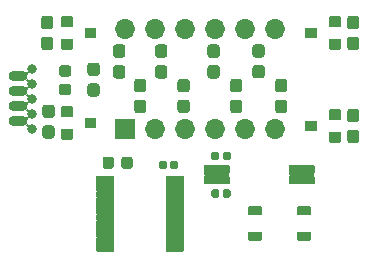
<source format=gbr>
G04 #@! TF.GenerationSoftware,KiCad,Pcbnew,5.99.0-unknown-r19130-2af6d01f*
G04 #@! TF.CreationDate,2020-08-04T10:25:43+02:00*
G04 #@! TF.ProjectId,ada-watch,6164612d-7761-4746-9368-2e6b69636164,rev?*
G04 #@! TF.SameCoordinates,Original*
G04 #@! TF.FileFunction,Soldermask,Top*
G04 #@! TF.FilePolarity,Negative*
%FSLAX46Y46*%
G04 Gerber Fmt 4.6, Leading zero omitted, Abs format (unit mm)*
G04 Created by KiCad (PCBNEW 5.99.0-unknown-r19130-2af6d01f) date 2020-08-04 10:25:43*
%MOMM*%
%LPD*%
G01*
G04 APERTURE LIST*
%ADD10O,1.702000X1.702000*%
%ADD11C,0.802000*%
%ADD12O,1.602000X0.902000*%
G04 APERTURE END LIST*
G36*
G01*
X149140000Y-110400330D02*
X149140000Y-109817670D01*
G75*
G02*
X149199670Y-109758000I59670J0D01*
G01*
X151282330Y-109758000D01*
G75*
G02*
X151342000Y-109817670I0J-59670D01*
G01*
X151342000Y-110400330D01*
G75*
G02*
X151282330Y-110460000I-59670J0D01*
G01*
X149199670Y-110460000D01*
G75*
G02*
X149140000Y-110400330I0J59670D01*
G01*
G37*
G36*
G01*
X156340000Y-110400330D02*
X156340000Y-109817670D01*
G75*
G02*
X156399670Y-109758000I59670J0D01*
G01*
X158482330Y-109758000D01*
G75*
G02*
X158542000Y-109817670I0J-59670D01*
G01*
X158542000Y-110400330D01*
G75*
G02*
X158482330Y-110460000I-59670J0D01*
G01*
X156399670Y-110460000D01*
G75*
G02*
X156340000Y-110400330I0J59670D01*
G01*
G37*
G36*
G01*
X156340000Y-111300330D02*
X156340000Y-110717670D01*
G75*
G02*
X156399670Y-110658000I59670J0D01*
G01*
X158482330Y-110658000D01*
G75*
G02*
X158542000Y-110717670I0J-59670D01*
G01*
X158542000Y-111300330D01*
G75*
G02*
X158482330Y-111360000I-59670J0D01*
G01*
X156399670Y-111360000D01*
G75*
G02*
X156340000Y-111300330I0J59670D01*
G01*
G37*
G36*
G01*
X149140000Y-111300330D02*
X149140000Y-110717670D01*
G75*
G02*
X149199670Y-110658000I59670J0D01*
G01*
X151282330Y-110658000D01*
G75*
G02*
X151342000Y-110717670I0J-59670D01*
G01*
X151342000Y-111300330D01*
G75*
G02*
X151282330Y-111360000I-59670J0D01*
G01*
X149199670Y-111360000D01*
G75*
G02*
X149140000Y-111300330I0J59670D01*
G01*
G37*
G36*
G01*
X143290749Y-107505000D02*
X141697251Y-107505000D01*
G75*
G02*
X141643000Y-107450749I0J54251D01*
G01*
X141643000Y-105857251D01*
G75*
G02*
X141697251Y-105803000I54251J0D01*
G01*
X143290749Y-105803000D01*
G75*
G02*
X143345000Y-105857251I0J-54251D01*
G01*
X143345000Y-107450749D01*
G75*
G02*
X143290749Y-107505000I-54251J0D01*
G01*
G37*
D10*
X155194000Y-98234000D03*
X145034000Y-106654000D03*
X152654000Y-98234000D03*
X147574000Y-106654000D03*
X150114000Y-98234000D03*
X150114000Y-106654000D03*
X147574000Y-98234000D03*
X152654000Y-106654000D03*
X145034000Y-98234000D03*
X155194000Y-106654000D03*
X142494000Y-98234000D03*
G36*
G01*
X141560000Y-109255750D02*
X141560000Y-109819250D01*
G75*
G02*
X141315750Y-110063500I-244250J0D01*
G01*
X140827250Y-110063500D01*
G75*
G02*
X140583000Y-109819250I0J244250D01*
G01*
X140583000Y-109255750D01*
G75*
G02*
X140827250Y-109011500I244250J0D01*
G01*
X141315750Y-109011500D01*
G75*
G02*
X141560000Y-109255750I0J-244250D01*
G01*
G37*
G36*
G01*
X143135000Y-109255750D02*
X143135000Y-109819250D01*
G75*
G02*
X142890750Y-110063500I-244250J0D01*
G01*
X142402250Y-110063500D01*
G75*
G02*
X142158000Y-109819250I0J244250D01*
G01*
X142158000Y-109255750D01*
G75*
G02*
X142402250Y-109011500I244250J0D01*
G01*
X142890750Y-109011500D01*
G75*
G02*
X143135000Y-109255750I0J-244250D01*
G01*
G37*
G36*
G01*
X145938000Y-111143940D02*
X145938000Y-110717060D01*
G75*
G02*
X146000560Y-110654500I62560J0D01*
G01*
X147427440Y-110654500D01*
G75*
G02*
X147490000Y-110717060I0J-62560D01*
G01*
X147490000Y-111143940D01*
G75*
G02*
X147427440Y-111206500I-62560J0D01*
G01*
X146000560Y-111206500D01*
G75*
G02*
X145938000Y-111143940I0J62560D01*
G01*
G37*
G36*
G01*
X145938000Y-111793940D02*
X145938000Y-111367060D01*
G75*
G02*
X146000560Y-111304500I62560J0D01*
G01*
X147427440Y-111304500D01*
G75*
G02*
X147490000Y-111367060I0J-62560D01*
G01*
X147490000Y-111793940D01*
G75*
G02*
X147427440Y-111856500I-62560J0D01*
G01*
X146000560Y-111856500D01*
G75*
G02*
X145938000Y-111793940I0J62560D01*
G01*
G37*
G36*
G01*
X145938000Y-112443940D02*
X145938000Y-112017060D01*
G75*
G02*
X146000560Y-111954500I62560J0D01*
G01*
X147427440Y-111954500D01*
G75*
G02*
X147490000Y-112017060I0J-62560D01*
G01*
X147490000Y-112443940D01*
G75*
G02*
X147427440Y-112506500I-62560J0D01*
G01*
X146000560Y-112506500D01*
G75*
G02*
X145938000Y-112443940I0J62560D01*
G01*
G37*
G36*
G01*
X145938000Y-113093940D02*
X145938000Y-112667060D01*
G75*
G02*
X146000560Y-112604500I62560J0D01*
G01*
X147427440Y-112604500D01*
G75*
G02*
X147490000Y-112667060I0J-62560D01*
G01*
X147490000Y-113093940D01*
G75*
G02*
X147427440Y-113156500I-62560J0D01*
G01*
X146000560Y-113156500D01*
G75*
G02*
X145938000Y-113093940I0J62560D01*
G01*
G37*
G36*
G01*
X145938000Y-113743940D02*
X145938000Y-113317060D01*
G75*
G02*
X146000560Y-113254500I62560J0D01*
G01*
X147427440Y-113254500D01*
G75*
G02*
X147490000Y-113317060I0J-62560D01*
G01*
X147490000Y-113743940D01*
G75*
G02*
X147427440Y-113806500I-62560J0D01*
G01*
X146000560Y-113806500D01*
G75*
G02*
X145938000Y-113743940I0J62560D01*
G01*
G37*
G36*
G01*
X145938000Y-114393940D02*
X145938000Y-113967060D01*
G75*
G02*
X146000560Y-113904500I62560J0D01*
G01*
X147427440Y-113904500D01*
G75*
G02*
X147490000Y-113967060I0J-62560D01*
G01*
X147490000Y-114393940D01*
G75*
G02*
X147427440Y-114456500I-62560J0D01*
G01*
X146000560Y-114456500D01*
G75*
G02*
X145938000Y-114393940I0J62560D01*
G01*
G37*
G36*
G01*
X145938000Y-115043940D02*
X145938000Y-114617060D01*
G75*
G02*
X146000560Y-114554500I62560J0D01*
G01*
X147427440Y-114554500D01*
G75*
G02*
X147490000Y-114617060I0J-62560D01*
G01*
X147490000Y-115043940D01*
G75*
G02*
X147427440Y-115106500I-62560J0D01*
G01*
X146000560Y-115106500D01*
G75*
G02*
X145938000Y-115043940I0J62560D01*
G01*
G37*
G36*
G01*
X145938000Y-115693940D02*
X145938000Y-115267060D01*
G75*
G02*
X146000560Y-115204500I62560J0D01*
G01*
X147427440Y-115204500D01*
G75*
G02*
X147490000Y-115267060I0J-62560D01*
G01*
X147490000Y-115693940D01*
G75*
G02*
X147427440Y-115756500I-62560J0D01*
G01*
X146000560Y-115756500D01*
G75*
G02*
X145938000Y-115693940I0J62560D01*
G01*
G37*
G36*
G01*
X145938000Y-116343940D02*
X145938000Y-115917060D01*
G75*
G02*
X146000560Y-115854500I62560J0D01*
G01*
X147427440Y-115854500D01*
G75*
G02*
X147490000Y-115917060I0J-62560D01*
G01*
X147490000Y-116343940D01*
G75*
G02*
X147427440Y-116406500I-62560J0D01*
G01*
X146000560Y-116406500D01*
G75*
G02*
X145938000Y-116343940I0J62560D01*
G01*
G37*
G36*
G01*
X145938000Y-116993940D02*
X145938000Y-116567060D01*
G75*
G02*
X146000560Y-116504500I62560J0D01*
G01*
X147427440Y-116504500D01*
G75*
G02*
X147490000Y-116567060I0J-62560D01*
G01*
X147490000Y-116993940D01*
G75*
G02*
X147427440Y-117056500I-62560J0D01*
G01*
X146000560Y-117056500D01*
G75*
G02*
X145938000Y-116993940I0J62560D01*
G01*
G37*
G36*
G01*
X140038000Y-116993940D02*
X140038000Y-116567060D01*
G75*
G02*
X140100560Y-116504500I62560J0D01*
G01*
X141527440Y-116504500D01*
G75*
G02*
X141590000Y-116567060I0J-62560D01*
G01*
X141590000Y-116993940D01*
G75*
G02*
X141527440Y-117056500I-62560J0D01*
G01*
X140100560Y-117056500D01*
G75*
G02*
X140038000Y-116993940I0J62560D01*
G01*
G37*
G36*
G01*
X140038000Y-116343940D02*
X140038000Y-115917060D01*
G75*
G02*
X140100560Y-115854500I62560J0D01*
G01*
X141527440Y-115854500D01*
G75*
G02*
X141590000Y-115917060I0J-62560D01*
G01*
X141590000Y-116343940D01*
G75*
G02*
X141527440Y-116406500I-62560J0D01*
G01*
X140100560Y-116406500D01*
G75*
G02*
X140038000Y-116343940I0J62560D01*
G01*
G37*
G36*
G01*
X140038000Y-115693940D02*
X140038000Y-115267060D01*
G75*
G02*
X140100560Y-115204500I62560J0D01*
G01*
X141527440Y-115204500D01*
G75*
G02*
X141590000Y-115267060I0J-62560D01*
G01*
X141590000Y-115693940D01*
G75*
G02*
X141527440Y-115756500I-62560J0D01*
G01*
X140100560Y-115756500D01*
G75*
G02*
X140038000Y-115693940I0J62560D01*
G01*
G37*
G36*
G01*
X140038000Y-115043940D02*
X140038000Y-114617060D01*
G75*
G02*
X140100560Y-114554500I62560J0D01*
G01*
X141527440Y-114554500D01*
G75*
G02*
X141590000Y-114617060I0J-62560D01*
G01*
X141590000Y-115043940D01*
G75*
G02*
X141527440Y-115106500I-62560J0D01*
G01*
X140100560Y-115106500D01*
G75*
G02*
X140038000Y-115043940I0J62560D01*
G01*
G37*
G36*
G01*
X140038000Y-114393940D02*
X140038000Y-113967060D01*
G75*
G02*
X140100560Y-113904500I62560J0D01*
G01*
X141527440Y-113904500D01*
G75*
G02*
X141590000Y-113967060I0J-62560D01*
G01*
X141590000Y-114393940D01*
G75*
G02*
X141527440Y-114456500I-62560J0D01*
G01*
X140100560Y-114456500D01*
G75*
G02*
X140038000Y-114393940I0J62560D01*
G01*
G37*
G36*
G01*
X140038000Y-113743940D02*
X140038000Y-113317060D01*
G75*
G02*
X140100560Y-113254500I62560J0D01*
G01*
X141527440Y-113254500D01*
G75*
G02*
X141590000Y-113317060I0J-62560D01*
G01*
X141590000Y-113743940D01*
G75*
G02*
X141527440Y-113806500I-62560J0D01*
G01*
X140100560Y-113806500D01*
G75*
G02*
X140038000Y-113743940I0J62560D01*
G01*
G37*
G36*
G01*
X140038000Y-113093940D02*
X140038000Y-112667060D01*
G75*
G02*
X140100560Y-112604500I62560J0D01*
G01*
X141527440Y-112604500D01*
G75*
G02*
X141590000Y-112667060I0J-62560D01*
G01*
X141590000Y-113093940D01*
G75*
G02*
X141527440Y-113156500I-62560J0D01*
G01*
X140100560Y-113156500D01*
G75*
G02*
X140038000Y-113093940I0J62560D01*
G01*
G37*
G36*
G01*
X140038000Y-112443940D02*
X140038000Y-112017060D01*
G75*
G02*
X140100560Y-111954500I62560J0D01*
G01*
X141527440Y-111954500D01*
G75*
G02*
X141590000Y-112017060I0J-62560D01*
G01*
X141590000Y-112443940D01*
G75*
G02*
X141527440Y-112506500I-62560J0D01*
G01*
X140100560Y-112506500D01*
G75*
G02*
X140038000Y-112443940I0J62560D01*
G01*
G37*
G36*
G01*
X140038000Y-111793940D02*
X140038000Y-111367060D01*
G75*
G02*
X140100560Y-111304500I62560J0D01*
G01*
X141527440Y-111304500D01*
G75*
G02*
X141590000Y-111367060I0J-62560D01*
G01*
X141590000Y-111793940D01*
G75*
G02*
X141527440Y-111856500I-62560J0D01*
G01*
X140100560Y-111856500D01*
G75*
G02*
X140038000Y-111793940I0J62560D01*
G01*
G37*
G36*
G01*
X140038000Y-111143940D02*
X140038000Y-110717060D01*
G75*
G02*
X140100560Y-110654500I62560J0D01*
G01*
X141527440Y-110654500D01*
G75*
G02*
X141590000Y-110717060I0J-62560D01*
G01*
X141590000Y-111143940D01*
G75*
G02*
X141527440Y-111206500I-62560J0D01*
G01*
X140100560Y-111206500D01*
G75*
G02*
X140038000Y-111143940I0J62560D01*
G01*
G37*
G36*
G01*
X154076000Y-113289003D02*
X154076000Y-113922997D01*
G75*
G02*
X154016997Y-113982000I-59003J0D01*
G01*
X152983003Y-113982000D01*
G75*
G02*
X152924000Y-113922997I0J59003D01*
G01*
X152924000Y-113289003D01*
G75*
G02*
X152983003Y-113230000I59003J0D01*
G01*
X154016997Y-113230000D01*
G75*
G02*
X154076000Y-113289003I0J-59003D01*
G01*
G37*
G36*
G01*
X158226000Y-113289003D02*
X158226000Y-113922997D01*
G75*
G02*
X158166997Y-113982000I-59003J0D01*
G01*
X157133003Y-113982000D01*
G75*
G02*
X157074000Y-113922997I0J59003D01*
G01*
X157074000Y-113289003D01*
G75*
G02*
X157133003Y-113230000I59003J0D01*
G01*
X158166997Y-113230000D01*
G75*
G02*
X158226000Y-113289003I0J-59003D01*
G01*
G37*
G36*
G01*
X154076000Y-115439003D02*
X154076000Y-116072997D01*
G75*
G02*
X154016997Y-116132000I-59003J0D01*
G01*
X152983003Y-116132000D01*
G75*
G02*
X152924000Y-116072997I0J59003D01*
G01*
X152924000Y-115439003D01*
G75*
G02*
X152983003Y-115380000I59003J0D01*
G01*
X154016997Y-115380000D01*
G75*
G02*
X154076000Y-115439003I0J-59003D01*
G01*
G37*
G36*
G01*
X158226000Y-115439003D02*
X158226000Y-116072997D01*
G75*
G02*
X158166997Y-116132000I-59003J0D01*
G01*
X157133003Y-116132000D01*
G75*
G02*
X157074000Y-116072997I0J59003D01*
G01*
X157074000Y-115439003D01*
G75*
G02*
X157133003Y-115380000I59003J0D01*
G01*
X158166997Y-115380000D01*
G75*
G02*
X158226000Y-115439003I0J-59003D01*
G01*
G37*
G36*
G01*
X136280000Y-105760000D02*
X135754000Y-105760000D01*
G75*
G02*
X135491000Y-105497000I0J263000D01*
G01*
X135491000Y-104871000D01*
G75*
G02*
X135754000Y-104608000I263000J0D01*
G01*
X136280000Y-104608000D01*
G75*
G02*
X136543000Y-104871000I0J-263000D01*
G01*
X136543000Y-105497000D01*
G75*
G02*
X136280000Y-105760000I-263000J0D01*
G01*
G37*
G36*
G01*
X136280000Y-107510000D02*
X135754000Y-107510000D01*
G75*
G02*
X135491000Y-107247000I0J263000D01*
G01*
X135491000Y-106621000D01*
G75*
G02*
X135754000Y-106358000I263000J0D01*
G01*
X136280000Y-106358000D01*
G75*
G02*
X136543000Y-106621000I0J-263000D01*
G01*
X136543000Y-107247000D01*
G75*
G02*
X136280000Y-107510000I-263000J0D01*
G01*
G37*
G36*
G01*
X139564000Y-102802000D02*
X140090000Y-102802000D01*
G75*
G02*
X140353000Y-103065000I0J-263000D01*
G01*
X140353000Y-103691000D01*
G75*
G02*
X140090000Y-103954000I-263000J0D01*
G01*
X139564000Y-103954000D01*
G75*
G02*
X139301000Y-103691000I0J263000D01*
G01*
X139301000Y-103065000D01*
G75*
G02*
X139564000Y-102802000I263000J0D01*
G01*
G37*
G36*
G01*
X139564000Y-101052000D02*
X140090000Y-101052000D01*
G75*
G02*
X140353000Y-101315000I0J-263000D01*
G01*
X140353000Y-101941000D01*
G75*
G02*
X140090000Y-102204000I-263000J0D01*
G01*
X139564000Y-102204000D01*
G75*
G02*
X139301000Y-101941000I0J263000D01*
G01*
X139301000Y-101315000D01*
G75*
G02*
X139564000Y-101052000I263000J0D01*
G01*
G37*
G36*
G01*
X136153000Y-98253000D02*
X135627000Y-98253000D01*
G75*
G02*
X135364000Y-97990000I0J263000D01*
G01*
X135364000Y-97364000D01*
G75*
G02*
X135627000Y-97101000I263000J0D01*
G01*
X136153000Y-97101000D01*
G75*
G02*
X136416000Y-97364000I0J-263000D01*
G01*
X136416000Y-97990000D01*
G75*
G02*
X136153000Y-98253000I-263000J0D01*
G01*
G37*
G36*
G01*
X136153000Y-100003000D02*
X135627000Y-100003000D01*
G75*
G02*
X135364000Y-99740000I0J263000D01*
G01*
X135364000Y-99114000D01*
G75*
G02*
X135627000Y-98851000I263000J0D01*
G01*
X136153000Y-98851000D01*
G75*
G02*
X136416000Y-99114000I0J-263000D01*
G01*
X136416000Y-99740000D01*
G75*
G02*
X136153000Y-100003000I-263000J0D01*
G01*
G37*
G36*
G01*
X161535000Y-98851000D02*
X162061000Y-98851000D01*
G75*
G02*
X162324000Y-99114000I0J-263000D01*
G01*
X162324000Y-99740000D01*
G75*
G02*
X162061000Y-100003000I-263000J0D01*
G01*
X161535000Y-100003000D01*
G75*
G02*
X161272000Y-99740000I0J263000D01*
G01*
X161272000Y-99114000D01*
G75*
G02*
X161535000Y-98851000I263000J0D01*
G01*
G37*
G36*
G01*
X161535000Y-97101000D02*
X162061000Y-97101000D01*
G75*
G02*
X162324000Y-97364000I0J-263000D01*
G01*
X162324000Y-97990000D01*
G75*
G02*
X162061000Y-98253000I-263000J0D01*
G01*
X161535000Y-98253000D01*
G75*
G02*
X161272000Y-97990000I0J263000D01*
G01*
X161272000Y-97364000D01*
G75*
G02*
X161535000Y-97101000I263000J0D01*
G01*
G37*
G36*
G01*
X161535000Y-106725000D02*
X162061000Y-106725000D01*
G75*
G02*
X162324000Y-106988000I0J-263000D01*
G01*
X162324000Y-107614000D01*
G75*
G02*
X162061000Y-107877000I-263000J0D01*
G01*
X161535000Y-107877000D01*
G75*
G02*
X161272000Y-107614000I0J263000D01*
G01*
X161272000Y-106988000D01*
G75*
G02*
X161535000Y-106725000I263000J0D01*
G01*
G37*
G36*
G01*
X161535000Y-104975000D02*
X162061000Y-104975000D01*
G75*
G02*
X162324000Y-105238000I0J-263000D01*
G01*
X162324000Y-105864000D01*
G75*
G02*
X162061000Y-106127000I-263000J0D01*
G01*
X161535000Y-106127000D01*
G75*
G02*
X161272000Y-105864000I0J263000D01*
G01*
X161272000Y-105238000D01*
G75*
G02*
X161535000Y-104975000I263000J0D01*
G01*
G37*
G36*
G01*
X152155000Y-103587000D02*
X151629000Y-103587000D01*
G75*
G02*
X151366000Y-103324000I0J263000D01*
G01*
X151366000Y-102698000D01*
G75*
G02*
X151629000Y-102435000I263000J0D01*
G01*
X152155000Y-102435000D01*
G75*
G02*
X152418000Y-102698000I0J-263000D01*
G01*
X152418000Y-103324000D01*
G75*
G02*
X152155000Y-103587000I-263000J0D01*
G01*
G37*
G36*
G01*
X152155000Y-105337000D02*
X151629000Y-105337000D01*
G75*
G02*
X151366000Y-105074000I0J263000D01*
G01*
X151366000Y-104448000D01*
G75*
G02*
X151629000Y-104185000I263000J0D01*
G01*
X152155000Y-104185000D01*
G75*
G02*
X152418000Y-104448000I0J-263000D01*
G01*
X152418000Y-105074000D01*
G75*
G02*
X152155000Y-105337000I-263000J0D01*
G01*
G37*
G36*
G01*
X149724000Y-101264000D02*
X150250000Y-101264000D01*
G75*
G02*
X150513000Y-101527000I0J-263000D01*
G01*
X150513000Y-102153000D01*
G75*
G02*
X150250000Y-102416000I-263000J0D01*
G01*
X149724000Y-102416000D01*
G75*
G02*
X149461000Y-102153000I0J263000D01*
G01*
X149461000Y-101527000D01*
G75*
G02*
X149724000Y-101264000I263000J0D01*
G01*
G37*
G36*
G01*
X149724000Y-99514000D02*
X150250000Y-99514000D01*
G75*
G02*
X150513000Y-99777000I0J-263000D01*
G01*
X150513000Y-100403000D01*
G75*
G02*
X150250000Y-100666000I-263000J0D01*
G01*
X149724000Y-100666000D01*
G75*
G02*
X149461000Y-100403000I0J263000D01*
G01*
X149461000Y-99777000D01*
G75*
G02*
X149724000Y-99514000I263000J0D01*
G01*
G37*
G36*
G01*
X153534000Y-101250000D02*
X154060000Y-101250000D01*
G75*
G02*
X154323000Y-101513000I0J-263000D01*
G01*
X154323000Y-102139000D01*
G75*
G02*
X154060000Y-102402000I-263000J0D01*
G01*
X153534000Y-102402000D01*
G75*
G02*
X153271000Y-102139000I0J263000D01*
G01*
X153271000Y-101513000D01*
G75*
G02*
X153534000Y-101250000I263000J0D01*
G01*
G37*
G36*
G01*
X153534000Y-99500000D02*
X154060000Y-99500000D01*
G75*
G02*
X154323000Y-99763000I0J-263000D01*
G01*
X154323000Y-100389000D01*
G75*
G02*
X154060000Y-100652000I-263000J0D01*
G01*
X153534000Y-100652000D01*
G75*
G02*
X153271000Y-100389000I0J263000D01*
G01*
X153271000Y-99763000D01*
G75*
G02*
X153534000Y-99500000I263000J0D01*
G01*
G37*
G36*
G01*
X145279000Y-101264000D02*
X145805000Y-101264000D01*
G75*
G02*
X146068000Y-101527000I0J-263000D01*
G01*
X146068000Y-102153000D01*
G75*
G02*
X145805000Y-102416000I-263000J0D01*
G01*
X145279000Y-102416000D01*
G75*
G02*
X145016000Y-102153000I0J263000D01*
G01*
X145016000Y-101527000D01*
G75*
G02*
X145279000Y-101264000I263000J0D01*
G01*
G37*
G36*
G01*
X145279000Y-99514000D02*
X145805000Y-99514000D01*
G75*
G02*
X146068000Y-99777000I0J-263000D01*
G01*
X146068000Y-100403000D01*
G75*
G02*
X145805000Y-100666000I-263000J0D01*
G01*
X145279000Y-100666000D01*
G75*
G02*
X145016000Y-100403000I0J263000D01*
G01*
X145016000Y-99777000D01*
G75*
G02*
X145279000Y-99514000I263000J0D01*
G01*
G37*
G36*
G01*
X155439000Y-104185000D02*
X155965000Y-104185000D01*
G75*
G02*
X156228000Y-104448000I0J-263000D01*
G01*
X156228000Y-105074000D01*
G75*
G02*
X155965000Y-105337000I-263000J0D01*
G01*
X155439000Y-105337000D01*
G75*
G02*
X155176000Y-105074000I0J263000D01*
G01*
X155176000Y-104448000D01*
G75*
G02*
X155439000Y-104185000I263000J0D01*
G01*
G37*
G36*
G01*
X155439000Y-102435000D02*
X155965000Y-102435000D01*
G75*
G02*
X156228000Y-102698000I0J-263000D01*
G01*
X156228000Y-103324000D01*
G75*
G02*
X155965000Y-103587000I-263000J0D01*
G01*
X155439000Y-103587000D01*
G75*
G02*
X155176000Y-103324000I0J263000D01*
G01*
X155176000Y-102698000D01*
G75*
G02*
X155439000Y-102435000I263000J0D01*
G01*
G37*
G36*
G01*
X144027000Y-103587000D02*
X143501000Y-103587000D01*
G75*
G02*
X143238000Y-103324000I0J263000D01*
G01*
X143238000Y-102698000D01*
G75*
G02*
X143501000Y-102435000I263000J0D01*
G01*
X144027000Y-102435000D01*
G75*
G02*
X144290000Y-102698000I0J-263000D01*
G01*
X144290000Y-103324000D01*
G75*
G02*
X144027000Y-103587000I-263000J0D01*
G01*
G37*
G36*
G01*
X144027000Y-105337000D02*
X143501000Y-105337000D01*
G75*
G02*
X143238000Y-105074000I0J263000D01*
G01*
X143238000Y-104448000D01*
G75*
G02*
X143501000Y-104185000I263000J0D01*
G01*
X144027000Y-104185000D01*
G75*
G02*
X144290000Y-104448000I0J-263000D01*
G01*
X144290000Y-105074000D01*
G75*
G02*
X144027000Y-105337000I-263000J0D01*
G01*
G37*
G36*
G01*
X147710000Y-103587000D02*
X147184000Y-103587000D01*
G75*
G02*
X146921000Y-103324000I0J263000D01*
G01*
X146921000Y-102698000D01*
G75*
G02*
X147184000Y-102435000I263000J0D01*
G01*
X147710000Y-102435000D01*
G75*
G02*
X147973000Y-102698000I0J-263000D01*
G01*
X147973000Y-103324000D01*
G75*
G02*
X147710000Y-103587000I-263000J0D01*
G01*
G37*
G36*
G01*
X147710000Y-105337000D02*
X147184000Y-105337000D01*
G75*
G02*
X146921000Y-105074000I0J263000D01*
G01*
X146921000Y-104448000D01*
G75*
G02*
X147184000Y-104185000I263000J0D01*
G01*
X147710000Y-104185000D01*
G75*
G02*
X147973000Y-104448000I0J-263000D01*
G01*
X147973000Y-105074000D01*
G75*
G02*
X147710000Y-105337000I-263000J0D01*
G01*
G37*
G36*
G01*
X141723000Y-101264000D02*
X142249000Y-101264000D01*
G75*
G02*
X142512000Y-101527000I0J-263000D01*
G01*
X142512000Y-102153000D01*
G75*
G02*
X142249000Y-102416000I-263000J0D01*
G01*
X141723000Y-102416000D01*
G75*
G02*
X141460000Y-102153000I0J263000D01*
G01*
X141460000Y-101527000D01*
G75*
G02*
X141723000Y-101264000I263000J0D01*
G01*
G37*
G36*
G01*
X141723000Y-99514000D02*
X142249000Y-99514000D01*
G75*
G02*
X142512000Y-99777000I0J-263000D01*
G01*
X142512000Y-100403000D01*
G75*
G02*
X142249000Y-100666000I-263000J0D01*
G01*
X141723000Y-100666000D01*
G75*
G02*
X141460000Y-100403000I0J263000D01*
G01*
X141460000Y-99777000D01*
G75*
G02*
X141723000Y-99514000I263000J0D01*
G01*
G37*
G36*
G01*
X137132250Y-102851500D02*
X137695750Y-102851500D01*
G75*
G02*
X137940000Y-103095750I0J-244250D01*
G01*
X137940000Y-103584250D01*
G75*
G02*
X137695750Y-103828500I-244250J0D01*
G01*
X137132250Y-103828500D01*
G75*
G02*
X136888000Y-103584250I0J244250D01*
G01*
X136888000Y-103095750D01*
G75*
G02*
X137132250Y-102851500I244250J0D01*
G01*
G37*
G36*
G01*
X137132250Y-101276500D02*
X137695750Y-101276500D01*
G75*
G02*
X137940000Y-101520750I0J-244250D01*
G01*
X137940000Y-102009250D01*
G75*
G02*
X137695750Y-102253500I-244250J0D01*
G01*
X137132250Y-102253500D01*
G75*
G02*
X136888000Y-102009250I0J244250D01*
G01*
X136888000Y-101520750D01*
G75*
G02*
X137132250Y-101276500I244250J0D01*
G01*
G37*
G36*
G01*
X158759000Y-106032503D02*
X158759000Y-106819497D01*
G75*
G02*
X158701497Y-106877000I-57503J0D01*
G01*
X157814503Y-106877000D01*
G75*
G02*
X157757000Y-106819497I0J57503D01*
G01*
X157757000Y-106032503D01*
G75*
G02*
X157814503Y-105975000I57503J0D01*
G01*
X158701497Y-105975000D01*
G75*
G02*
X158759000Y-106032503I0J-57503D01*
G01*
G37*
G36*
G01*
X160759000Y-105082503D02*
X160759000Y-105869497D01*
G75*
G02*
X160701497Y-105927000I-57503J0D01*
G01*
X159814503Y-105927000D01*
G75*
G02*
X159757000Y-105869497I0J57503D01*
G01*
X159757000Y-105082503D01*
G75*
G02*
X159814503Y-105025000I57503J0D01*
G01*
X160701497Y-105025000D01*
G75*
G02*
X160759000Y-105082503I0J-57503D01*
G01*
G37*
G36*
G01*
X160759000Y-106982503D02*
X160759000Y-107769497D01*
G75*
G02*
X160701497Y-107827000I-57503J0D01*
G01*
X159814503Y-107827000D01*
G75*
G02*
X159757000Y-107769497I0J57503D01*
G01*
X159757000Y-106982503D01*
G75*
G02*
X159814503Y-106925000I57503J0D01*
G01*
X160701497Y-106925000D01*
G75*
G02*
X160759000Y-106982503I0J-57503D01*
G01*
G37*
G36*
G01*
X158759000Y-98158503D02*
X158759000Y-98945497D01*
G75*
G02*
X158701497Y-99003000I-57503J0D01*
G01*
X157814503Y-99003000D01*
G75*
G02*
X157757000Y-98945497I0J57503D01*
G01*
X157757000Y-98158503D01*
G75*
G02*
X157814503Y-98101000I57503J0D01*
G01*
X158701497Y-98101000D01*
G75*
G02*
X158759000Y-98158503I0J-57503D01*
G01*
G37*
G36*
G01*
X160759000Y-97208503D02*
X160759000Y-97995497D01*
G75*
G02*
X160701497Y-98053000I-57503J0D01*
G01*
X159814503Y-98053000D01*
G75*
G02*
X159757000Y-97995497I0J57503D01*
G01*
X159757000Y-97208503D01*
G75*
G02*
X159814503Y-97151000I57503J0D01*
G01*
X160701497Y-97151000D01*
G75*
G02*
X160759000Y-97208503I0J-57503D01*
G01*
G37*
G36*
G01*
X160759000Y-99108503D02*
X160759000Y-99895497D01*
G75*
G02*
X160701497Y-99953000I-57503J0D01*
G01*
X159814503Y-99953000D01*
G75*
G02*
X159757000Y-99895497I0J57503D01*
G01*
X159757000Y-99108503D01*
G75*
G02*
X159814503Y-99051000I57503J0D01*
G01*
X160701497Y-99051000D01*
G75*
G02*
X160759000Y-99108503I0J-57503D01*
G01*
G37*
G36*
G01*
X139056000Y-98945497D02*
X139056000Y-98158503D01*
G75*
G02*
X139113503Y-98101000I57503J0D01*
G01*
X140000497Y-98101000D01*
G75*
G02*
X140058000Y-98158503I0J-57503D01*
G01*
X140058000Y-98945497D01*
G75*
G02*
X140000497Y-99003000I-57503J0D01*
G01*
X139113503Y-99003000D01*
G75*
G02*
X139056000Y-98945497I0J57503D01*
G01*
G37*
G36*
G01*
X137056000Y-99895497D02*
X137056000Y-99108503D01*
G75*
G02*
X137113503Y-99051000I57503J0D01*
G01*
X138000497Y-99051000D01*
G75*
G02*
X138058000Y-99108503I0J-57503D01*
G01*
X138058000Y-99895497D01*
G75*
G02*
X138000497Y-99953000I-57503J0D01*
G01*
X137113503Y-99953000D01*
G75*
G02*
X137056000Y-99895497I0J57503D01*
G01*
G37*
G36*
G01*
X137056000Y-97995497D02*
X137056000Y-97208503D01*
G75*
G02*
X137113503Y-97151000I57503J0D01*
G01*
X138000497Y-97151000D01*
G75*
G02*
X138058000Y-97208503I0J-57503D01*
G01*
X138058000Y-97995497D01*
G75*
G02*
X138000497Y-98053000I-57503J0D01*
G01*
X137113503Y-98053000D01*
G75*
G02*
X137056000Y-97995497I0J57503D01*
G01*
G37*
G36*
G01*
X139056000Y-106565497D02*
X139056000Y-105778503D01*
G75*
G02*
X139113503Y-105721000I57503J0D01*
G01*
X140000497Y-105721000D01*
G75*
G02*
X140058000Y-105778503I0J-57503D01*
G01*
X140058000Y-106565497D01*
G75*
G02*
X140000497Y-106623000I-57503J0D01*
G01*
X139113503Y-106623000D01*
G75*
G02*
X139056000Y-106565497I0J57503D01*
G01*
G37*
G36*
G01*
X137056000Y-107515497D02*
X137056000Y-106728503D01*
G75*
G02*
X137113503Y-106671000I57503J0D01*
G01*
X138000497Y-106671000D01*
G75*
G02*
X138058000Y-106728503I0J-57503D01*
G01*
X138058000Y-107515497D01*
G75*
G02*
X138000497Y-107573000I-57503J0D01*
G01*
X137113503Y-107573000D01*
G75*
G02*
X137056000Y-107515497I0J57503D01*
G01*
G37*
G36*
G01*
X137056000Y-105615497D02*
X137056000Y-104828503D01*
G75*
G02*
X137113503Y-104771000I57503J0D01*
G01*
X138000497Y-104771000D01*
G75*
G02*
X138058000Y-104828503I0J-57503D01*
G01*
X138058000Y-105615497D01*
G75*
G02*
X138000497Y-105673000I-57503J0D01*
G01*
X137113503Y-105673000D01*
G75*
G02*
X137056000Y-105615497I0J57503D01*
G01*
G37*
D11*
X134620000Y-106680000D03*
X134620000Y-105410000D03*
X134620000Y-104140000D03*
X134620000Y-102870000D03*
X134620000Y-101600000D03*
D12*
X133465000Y-106045000D03*
X133465000Y-104775000D03*
X133465000Y-103505000D03*
X133465000Y-102235000D03*
G36*
G01*
X146316000Y-109926000D02*
X146316000Y-109530000D01*
G75*
G02*
X146489000Y-109357000I173000J0D01*
G01*
X146835000Y-109357000D01*
G75*
G02*
X147008000Y-109530000I0J-173000D01*
G01*
X147008000Y-109926000D01*
G75*
G02*
X146835000Y-110099000I-173000J0D01*
G01*
X146489000Y-110099000D01*
G75*
G02*
X146316000Y-109926000I0J173000D01*
G01*
G37*
G36*
G01*
X145346000Y-109926000D02*
X145346000Y-109530000D01*
G75*
G02*
X145519000Y-109357000I173000J0D01*
G01*
X145865000Y-109357000D01*
G75*
G02*
X146038000Y-109530000I0J-173000D01*
G01*
X146038000Y-109926000D01*
G75*
G02*
X145865000Y-110099000I-173000J0D01*
G01*
X145519000Y-110099000D01*
G75*
G02*
X145346000Y-109926000I0J173000D01*
G01*
G37*
G36*
G01*
X150761000Y-112339000D02*
X150761000Y-111943000D01*
G75*
G02*
X150934000Y-111770000I173000J0D01*
G01*
X151280000Y-111770000D01*
G75*
G02*
X151453000Y-111943000I0J-173000D01*
G01*
X151453000Y-112339000D01*
G75*
G02*
X151280000Y-112512000I-173000J0D01*
G01*
X150934000Y-112512000D01*
G75*
G02*
X150761000Y-112339000I0J173000D01*
G01*
G37*
G36*
G01*
X149791000Y-112339000D02*
X149791000Y-111943000D01*
G75*
G02*
X149964000Y-111770000I173000J0D01*
G01*
X150310000Y-111770000D01*
G75*
G02*
X150483000Y-111943000I0J-173000D01*
G01*
X150483000Y-112339000D01*
G75*
G02*
X150310000Y-112512000I-173000J0D01*
G01*
X149964000Y-112512000D01*
G75*
G02*
X149791000Y-112339000I0J173000D01*
G01*
G37*
G36*
G01*
X150761000Y-109164000D02*
X150761000Y-108768000D01*
G75*
G02*
X150934000Y-108595000I173000J0D01*
G01*
X151280000Y-108595000D01*
G75*
G02*
X151453000Y-108768000I0J-173000D01*
G01*
X151453000Y-109164000D01*
G75*
G02*
X151280000Y-109337000I-173000J0D01*
G01*
X150934000Y-109337000D01*
G75*
G02*
X150761000Y-109164000I0J173000D01*
G01*
G37*
G36*
G01*
X149791000Y-109164000D02*
X149791000Y-108768000D01*
G75*
G02*
X149964000Y-108595000I173000J0D01*
G01*
X150310000Y-108595000D01*
G75*
G02*
X150483000Y-108768000I0J-173000D01*
G01*
X150483000Y-109164000D01*
G75*
G02*
X150310000Y-109337000I-173000J0D01*
G01*
X149964000Y-109337000D01*
G75*
G02*
X149791000Y-109164000I0J173000D01*
G01*
G37*
G36*
X145970262Y-116400733D02*
G01*
X145989199Y-116404500D01*
X147438801Y-116404500D01*
X147457738Y-116400733D01*
X147472558Y-116390830D01*
X147474554Y-116390699D01*
X147475563Y-116393136D01*
X147457145Y-116447392D01*
X147476162Y-116518364D01*
X147475644Y-116520296D01*
X147473119Y-116520545D01*
X147457738Y-116510267D01*
X147438801Y-116506500D01*
X145989199Y-116506500D01*
X145970262Y-116510267D01*
X145955442Y-116520170D01*
X145953446Y-116520301D01*
X145952437Y-116517864D01*
X145970855Y-116463608D01*
X145951838Y-116392636D01*
X145952356Y-116390704D01*
X145954881Y-116390455D01*
X145970262Y-116400733D01*
G37*
G36*
X140070262Y-116400733D02*
G01*
X140089199Y-116404500D01*
X141538801Y-116404500D01*
X141557738Y-116400733D01*
X141572558Y-116390830D01*
X141574554Y-116390699D01*
X141575563Y-116393136D01*
X141557145Y-116447392D01*
X141576162Y-116518364D01*
X141575644Y-116520296D01*
X141573119Y-116520545D01*
X141557738Y-116510267D01*
X141538801Y-116506500D01*
X140089199Y-116506500D01*
X140070262Y-116510267D01*
X140055442Y-116520170D01*
X140053446Y-116520301D01*
X140052437Y-116517864D01*
X140070855Y-116463608D01*
X140051838Y-116392636D01*
X140052356Y-116390704D01*
X140054881Y-116390455D01*
X140070262Y-116400733D01*
G37*
G36*
X145970262Y-115750733D02*
G01*
X145989199Y-115754500D01*
X147438801Y-115754500D01*
X147457738Y-115750733D01*
X147472558Y-115740830D01*
X147474554Y-115740699D01*
X147475563Y-115743136D01*
X147457145Y-115797392D01*
X147476162Y-115868364D01*
X147475644Y-115870296D01*
X147473119Y-115870545D01*
X147457738Y-115860267D01*
X147438801Y-115856500D01*
X145989199Y-115856500D01*
X145970262Y-115860267D01*
X145955442Y-115870170D01*
X145953446Y-115870301D01*
X145952437Y-115867864D01*
X145970855Y-115813608D01*
X145951838Y-115742636D01*
X145952356Y-115740704D01*
X145954881Y-115740455D01*
X145970262Y-115750733D01*
G37*
G36*
X140070262Y-115750733D02*
G01*
X140089199Y-115754500D01*
X141538801Y-115754500D01*
X141557738Y-115750733D01*
X141572558Y-115740830D01*
X141574554Y-115740699D01*
X141575563Y-115743136D01*
X141557145Y-115797392D01*
X141576162Y-115868364D01*
X141575644Y-115870296D01*
X141573119Y-115870545D01*
X141557738Y-115860267D01*
X141538801Y-115856500D01*
X140089199Y-115856500D01*
X140070262Y-115860267D01*
X140055442Y-115870170D01*
X140053446Y-115870301D01*
X140052437Y-115867864D01*
X140070855Y-115813608D01*
X140051838Y-115742636D01*
X140052356Y-115740704D01*
X140054881Y-115740455D01*
X140070262Y-115750733D01*
G37*
G36*
X145970262Y-115100733D02*
G01*
X145989199Y-115104500D01*
X147438801Y-115104500D01*
X147457738Y-115100733D01*
X147472558Y-115090830D01*
X147474554Y-115090699D01*
X147475563Y-115093136D01*
X147457145Y-115147392D01*
X147476162Y-115218364D01*
X147475644Y-115220296D01*
X147473119Y-115220545D01*
X147457738Y-115210267D01*
X147438801Y-115206500D01*
X145989199Y-115206500D01*
X145970262Y-115210267D01*
X145955442Y-115220170D01*
X145953446Y-115220301D01*
X145952437Y-115217864D01*
X145970855Y-115163608D01*
X145951838Y-115092636D01*
X145952356Y-115090704D01*
X145954881Y-115090455D01*
X145970262Y-115100733D01*
G37*
G36*
X140070262Y-115100733D02*
G01*
X140089199Y-115104500D01*
X141538801Y-115104500D01*
X141557738Y-115100733D01*
X141572558Y-115090830D01*
X141574554Y-115090699D01*
X141575563Y-115093136D01*
X141557145Y-115147392D01*
X141576162Y-115218364D01*
X141575644Y-115220296D01*
X141573119Y-115220545D01*
X141557738Y-115210267D01*
X141538801Y-115206500D01*
X140089199Y-115206500D01*
X140070262Y-115210267D01*
X140055442Y-115220170D01*
X140053446Y-115220301D01*
X140052437Y-115217864D01*
X140070855Y-115163608D01*
X140051838Y-115092636D01*
X140052356Y-115090704D01*
X140054881Y-115090455D01*
X140070262Y-115100733D01*
G37*
G36*
X145970262Y-114450733D02*
G01*
X145989199Y-114454500D01*
X147438801Y-114454500D01*
X147457738Y-114450733D01*
X147472558Y-114440830D01*
X147474554Y-114440699D01*
X147475563Y-114443136D01*
X147457145Y-114497392D01*
X147476162Y-114568364D01*
X147475644Y-114570296D01*
X147473119Y-114570545D01*
X147457738Y-114560267D01*
X147438801Y-114556500D01*
X145989199Y-114556500D01*
X145970262Y-114560267D01*
X145955442Y-114570170D01*
X145953446Y-114570301D01*
X145952437Y-114567864D01*
X145970855Y-114513608D01*
X145951838Y-114442636D01*
X145952356Y-114440704D01*
X145954881Y-114440455D01*
X145970262Y-114450733D01*
G37*
G36*
X140070262Y-114450733D02*
G01*
X140089199Y-114454500D01*
X141538801Y-114454500D01*
X141557738Y-114450733D01*
X141572558Y-114440830D01*
X141574554Y-114440699D01*
X141575563Y-114443136D01*
X141557145Y-114497392D01*
X141576162Y-114568364D01*
X141575644Y-114570296D01*
X141573119Y-114570545D01*
X141557738Y-114560267D01*
X141538801Y-114556500D01*
X140089199Y-114556500D01*
X140070262Y-114560267D01*
X140055442Y-114570170D01*
X140053446Y-114570301D01*
X140052437Y-114567864D01*
X140070855Y-114513608D01*
X140051838Y-114442636D01*
X140052356Y-114440704D01*
X140054881Y-114440455D01*
X140070262Y-114450733D01*
G37*
G36*
X145970262Y-113800733D02*
G01*
X145989199Y-113804500D01*
X147438801Y-113804500D01*
X147457738Y-113800733D01*
X147472558Y-113790830D01*
X147474554Y-113790699D01*
X147475563Y-113793136D01*
X147457145Y-113847392D01*
X147476162Y-113918364D01*
X147475644Y-113920296D01*
X147473119Y-113920545D01*
X147457738Y-113910267D01*
X147438801Y-113906500D01*
X145989199Y-113906500D01*
X145970262Y-113910267D01*
X145955442Y-113920170D01*
X145953446Y-113920301D01*
X145952437Y-113917864D01*
X145970855Y-113863608D01*
X145951838Y-113792636D01*
X145952356Y-113790704D01*
X145954881Y-113790455D01*
X145970262Y-113800733D01*
G37*
G36*
X140070262Y-113800733D02*
G01*
X140089199Y-113804500D01*
X141538801Y-113804500D01*
X141557738Y-113800733D01*
X141572558Y-113790830D01*
X141574554Y-113790699D01*
X141575563Y-113793136D01*
X141557145Y-113847392D01*
X141576162Y-113918364D01*
X141575644Y-113920296D01*
X141573119Y-113920545D01*
X141557738Y-113910267D01*
X141538801Y-113906500D01*
X140089199Y-113906500D01*
X140070262Y-113910267D01*
X140055442Y-113920170D01*
X140053446Y-113920301D01*
X140052437Y-113917864D01*
X140070855Y-113863608D01*
X140051838Y-113792636D01*
X140052356Y-113790704D01*
X140054881Y-113790455D01*
X140070262Y-113800733D01*
G37*
G36*
X140070262Y-113150733D02*
G01*
X140089199Y-113154500D01*
X141538801Y-113154500D01*
X141557738Y-113150733D01*
X141572558Y-113140830D01*
X141574554Y-113140699D01*
X141575563Y-113143136D01*
X141557145Y-113197392D01*
X141576162Y-113268364D01*
X141575644Y-113270296D01*
X141573119Y-113270545D01*
X141557738Y-113260267D01*
X141538801Y-113256500D01*
X140089199Y-113256500D01*
X140070262Y-113260267D01*
X140055442Y-113270170D01*
X140053446Y-113270301D01*
X140052437Y-113267864D01*
X140070855Y-113213608D01*
X140051838Y-113142636D01*
X140052356Y-113140704D01*
X140054881Y-113140455D01*
X140070262Y-113150733D01*
G37*
G36*
X145970262Y-113150733D02*
G01*
X145989199Y-113154500D01*
X147438801Y-113154500D01*
X147457738Y-113150733D01*
X147472558Y-113140830D01*
X147474554Y-113140699D01*
X147475563Y-113143136D01*
X147457145Y-113197392D01*
X147476162Y-113268364D01*
X147475644Y-113270296D01*
X147473119Y-113270545D01*
X147457738Y-113260267D01*
X147438801Y-113256500D01*
X145989199Y-113256500D01*
X145970262Y-113260267D01*
X145955442Y-113270170D01*
X145953446Y-113270301D01*
X145952437Y-113267864D01*
X145970855Y-113213608D01*
X145951838Y-113142636D01*
X145952356Y-113140704D01*
X145954881Y-113140455D01*
X145970262Y-113150733D01*
G37*
G36*
X145970262Y-112500733D02*
G01*
X145989199Y-112504500D01*
X147438801Y-112504500D01*
X147457738Y-112500733D01*
X147472558Y-112490830D01*
X147474554Y-112490699D01*
X147475563Y-112493136D01*
X147457145Y-112547392D01*
X147476162Y-112618364D01*
X147475644Y-112620296D01*
X147473119Y-112620545D01*
X147457738Y-112610267D01*
X147438801Y-112606500D01*
X145989199Y-112606500D01*
X145970262Y-112610267D01*
X145955442Y-112620170D01*
X145953446Y-112620301D01*
X145952437Y-112617864D01*
X145970855Y-112563608D01*
X145951838Y-112492636D01*
X145952356Y-112490704D01*
X145954881Y-112490455D01*
X145970262Y-112500733D01*
G37*
G36*
X140070262Y-112500733D02*
G01*
X140089199Y-112504500D01*
X141538801Y-112504500D01*
X141557738Y-112500733D01*
X141572558Y-112490830D01*
X141574554Y-112490699D01*
X141575563Y-112493136D01*
X141557145Y-112547392D01*
X141576162Y-112618364D01*
X141575644Y-112620296D01*
X141573119Y-112620545D01*
X141557738Y-112610267D01*
X141538801Y-112606500D01*
X140089199Y-112606500D01*
X140070262Y-112610267D01*
X140055442Y-112620170D01*
X140053446Y-112620301D01*
X140052437Y-112617864D01*
X140070855Y-112563608D01*
X140051838Y-112492636D01*
X140052356Y-112490704D01*
X140054881Y-112490455D01*
X140070262Y-112500733D01*
G37*
G36*
X140070262Y-111850733D02*
G01*
X140089199Y-111854500D01*
X141538801Y-111854500D01*
X141557738Y-111850733D01*
X141572558Y-111840830D01*
X141574554Y-111840699D01*
X141575563Y-111843136D01*
X141557145Y-111897392D01*
X141576162Y-111968364D01*
X141575644Y-111970296D01*
X141573119Y-111970545D01*
X141557738Y-111960267D01*
X141538801Y-111956500D01*
X140089199Y-111956500D01*
X140070262Y-111960267D01*
X140055442Y-111970170D01*
X140053446Y-111970301D01*
X140052437Y-111967864D01*
X140070855Y-111913608D01*
X140051838Y-111842636D01*
X140052356Y-111840704D01*
X140054881Y-111840455D01*
X140070262Y-111850733D01*
G37*
G36*
X145970262Y-111850733D02*
G01*
X145989199Y-111854500D01*
X147438801Y-111854500D01*
X147457738Y-111850733D01*
X147472558Y-111840830D01*
X147474554Y-111840699D01*
X147475563Y-111843136D01*
X147457145Y-111897392D01*
X147476162Y-111968364D01*
X147475644Y-111970296D01*
X147473119Y-111970545D01*
X147457738Y-111960267D01*
X147438801Y-111956500D01*
X145989199Y-111956500D01*
X145970262Y-111960267D01*
X145955442Y-111970170D01*
X145953446Y-111970301D01*
X145952437Y-111967864D01*
X145970855Y-111913608D01*
X145951838Y-111842636D01*
X145952356Y-111840704D01*
X145954881Y-111840455D01*
X145970262Y-111850733D01*
G37*
G36*
X145970262Y-111200733D02*
G01*
X145989199Y-111204500D01*
X147438801Y-111204500D01*
X147457738Y-111200733D01*
X147472558Y-111190830D01*
X147474554Y-111190699D01*
X147475563Y-111193136D01*
X147457145Y-111247392D01*
X147476162Y-111318364D01*
X147475644Y-111320296D01*
X147473119Y-111320545D01*
X147457738Y-111310267D01*
X147438801Y-111306500D01*
X145989199Y-111306500D01*
X145970262Y-111310267D01*
X145955442Y-111320170D01*
X145953446Y-111320301D01*
X145952437Y-111317864D01*
X145970855Y-111263608D01*
X145951838Y-111192636D01*
X145952356Y-111190704D01*
X145954881Y-111190455D01*
X145970262Y-111200733D01*
G37*
G36*
X140070262Y-111200733D02*
G01*
X140089199Y-111204500D01*
X141538801Y-111204500D01*
X141557738Y-111200733D01*
X141572558Y-111190830D01*
X141574554Y-111190699D01*
X141575563Y-111193136D01*
X141557145Y-111247392D01*
X141576162Y-111318364D01*
X141575644Y-111320296D01*
X141573119Y-111320545D01*
X141557738Y-111310267D01*
X141538801Y-111306500D01*
X140089199Y-111306500D01*
X140070262Y-111310267D01*
X140055442Y-111320170D01*
X140053446Y-111320301D01*
X140052437Y-111317864D01*
X140070855Y-111263608D01*
X140051838Y-111192636D01*
X140052356Y-111190704D01*
X140054881Y-111190455D01*
X140070262Y-111200733D01*
G37*
G36*
X158507572Y-110455684D02*
G01*
X158507572Y-110458322D01*
X158466961Y-110504631D01*
X158454547Y-110567041D01*
X158475023Y-110627362D01*
X158507185Y-110659524D01*
X158507703Y-110661456D01*
X158505381Y-110662900D01*
X158490801Y-110660000D01*
X156391199Y-110660000D01*
X156376322Y-110662959D01*
X156374428Y-110662316D01*
X156374428Y-110659678D01*
X156415039Y-110613369D01*
X156427453Y-110550959D01*
X156406977Y-110490638D01*
X156374815Y-110458476D01*
X156374297Y-110456544D01*
X156376619Y-110455100D01*
X156391199Y-110458000D01*
X158490801Y-110458000D01*
X158505678Y-110455041D01*
X158507572Y-110455684D01*
G37*
G36*
X151307572Y-110455684D02*
G01*
X151307572Y-110458322D01*
X151266961Y-110504631D01*
X151254547Y-110567041D01*
X151275023Y-110627362D01*
X151307185Y-110659524D01*
X151307703Y-110661456D01*
X151305381Y-110662900D01*
X151290801Y-110660000D01*
X149191199Y-110660000D01*
X149176322Y-110662959D01*
X149174428Y-110662316D01*
X149174428Y-110659678D01*
X149215039Y-110613369D01*
X149227453Y-110550959D01*
X149206977Y-110490638D01*
X149174815Y-110458476D01*
X149174297Y-110456544D01*
X149176619Y-110455100D01*
X149191199Y-110458000D01*
X151290801Y-110458000D01*
X151305678Y-110455041D01*
X151307572Y-110455684D01*
G37*
G36*
X134253744Y-106139567D02*
G01*
X134254273Y-106141201D01*
X134251573Y-106161711D01*
X134251438Y-106162215D01*
X134243829Y-106180585D01*
X134235487Y-106243943D01*
X134259837Y-106302731D01*
X134310322Y-106341469D01*
X134373434Y-106349778D01*
X134424695Y-106329947D01*
X134426672Y-106330254D01*
X134427393Y-106332120D01*
X134426593Y-106333430D01*
X134337882Y-106397882D01*
X134264510Y-106498870D01*
X134234815Y-106590263D01*
X134233329Y-106591601D01*
X134231427Y-106590983D01*
X134230934Y-106589353D01*
X134236284Y-106553122D01*
X134228939Y-106489641D01*
X134190999Y-106438557D01*
X134132599Y-106413286D01*
X134069259Y-106420614D01*
X134059783Y-106425987D01*
X134057788Y-106425971D01*
X134057849Y-106426106D01*
X134056844Y-106427653D01*
X134042800Y-106435616D01*
X134042579Y-106435724D01*
X134003601Y-106451869D01*
X134001618Y-106451608D01*
X134000853Y-106449760D01*
X134002008Y-106448200D01*
X134055030Y-106424092D01*
X134056817Y-106424266D01*
X134056797Y-106424231D01*
X134057491Y-106422732D01*
X134153335Y-106340147D01*
X134222574Y-106233326D01*
X134250374Y-106140367D01*
X134251828Y-106138994D01*
X134253744Y-106139567D01*
G37*
G36*
X134233538Y-105495806D02*
G01*
X134264510Y-105591130D01*
X134337882Y-105692118D01*
X134432482Y-105760849D01*
X134433295Y-105762676D01*
X134432119Y-105764294D01*
X134430609Y-105764342D01*
X134415764Y-105758821D01*
X134415744Y-105758813D01*
X134370943Y-105741616D01*
X134308095Y-105751572D01*
X134258644Y-105791619D01*
X134235836Y-105851039D01*
X134244556Y-105911172D01*
X134251438Y-105927787D01*
X134251573Y-105928291D01*
X134254606Y-105951325D01*
X134253841Y-105953173D01*
X134251858Y-105953434D01*
X134250700Y-105952136D01*
X134224843Y-105861666D01*
X134156917Y-105754009D01*
X134061499Y-105669739D01*
X134001827Y-105641723D01*
X134000684Y-105640082D01*
X134001534Y-105638272D01*
X134003442Y-105638065D01*
X134040725Y-105653508D01*
X134041027Y-105653682D01*
X134100148Y-105678171D01*
X134163236Y-105669865D01*
X134213720Y-105631127D01*
X134238069Y-105572341D01*
X134232505Y-105530922D01*
X134233265Y-105529073D01*
X134233721Y-105528885D01*
X134229652Y-105496675D01*
X134230427Y-105494831D01*
X134232411Y-105494580D01*
X134233538Y-105495806D01*
G37*
G36*
X134253744Y-104869567D02*
G01*
X134254273Y-104871201D01*
X134251573Y-104891711D01*
X134251438Y-104892215D01*
X134243829Y-104910585D01*
X134235487Y-104973943D01*
X134259837Y-105032731D01*
X134310322Y-105071469D01*
X134373434Y-105079778D01*
X134424695Y-105059947D01*
X134426672Y-105060254D01*
X134427393Y-105062120D01*
X134426593Y-105063430D01*
X134337882Y-105127882D01*
X134264510Y-105228870D01*
X134234815Y-105320263D01*
X134233329Y-105321601D01*
X134231427Y-105320983D01*
X134230934Y-105319353D01*
X134236284Y-105283122D01*
X134228939Y-105219641D01*
X134190999Y-105168557D01*
X134132599Y-105143286D01*
X134069259Y-105150614D01*
X134059783Y-105155987D01*
X134057788Y-105155971D01*
X134057849Y-105156106D01*
X134056844Y-105157653D01*
X134042800Y-105165616D01*
X134042579Y-105165724D01*
X134003601Y-105181869D01*
X134001618Y-105181608D01*
X134000853Y-105179760D01*
X134002008Y-105178200D01*
X134055030Y-105154092D01*
X134056817Y-105154266D01*
X134056797Y-105154231D01*
X134057491Y-105152732D01*
X134153335Y-105070147D01*
X134222574Y-104963326D01*
X134250374Y-104870367D01*
X134251828Y-104868994D01*
X134253744Y-104869567D01*
G37*
G36*
X134233538Y-104225806D02*
G01*
X134264510Y-104321130D01*
X134337882Y-104422118D01*
X134432482Y-104490849D01*
X134433295Y-104492676D01*
X134432119Y-104494294D01*
X134430609Y-104494342D01*
X134415764Y-104488821D01*
X134415744Y-104488813D01*
X134370943Y-104471616D01*
X134308095Y-104481572D01*
X134258644Y-104521619D01*
X134235836Y-104581039D01*
X134244556Y-104641172D01*
X134251438Y-104657787D01*
X134251573Y-104658291D01*
X134254606Y-104681325D01*
X134253841Y-104683173D01*
X134251858Y-104683434D01*
X134250700Y-104682136D01*
X134224843Y-104591666D01*
X134156917Y-104484009D01*
X134061499Y-104399739D01*
X134001827Y-104371723D01*
X134000684Y-104370082D01*
X134001534Y-104368272D01*
X134003442Y-104368065D01*
X134040725Y-104383508D01*
X134041027Y-104383682D01*
X134100148Y-104408171D01*
X134163236Y-104399865D01*
X134213720Y-104361127D01*
X134238069Y-104302341D01*
X134232505Y-104260922D01*
X134233265Y-104259073D01*
X134233721Y-104258885D01*
X134229652Y-104226675D01*
X134230427Y-104224831D01*
X134232411Y-104224580D01*
X134233538Y-104225806D01*
G37*
G36*
X134253744Y-103599567D02*
G01*
X134254273Y-103601201D01*
X134251573Y-103621711D01*
X134251438Y-103622215D01*
X134243829Y-103640585D01*
X134235487Y-103703943D01*
X134259837Y-103762731D01*
X134310322Y-103801469D01*
X134373434Y-103809778D01*
X134424695Y-103789947D01*
X134426672Y-103790254D01*
X134427393Y-103792120D01*
X134426593Y-103793430D01*
X134337882Y-103857882D01*
X134264510Y-103958870D01*
X134234815Y-104050263D01*
X134233329Y-104051601D01*
X134231427Y-104050983D01*
X134230934Y-104049353D01*
X134236284Y-104013122D01*
X134228939Y-103949641D01*
X134190999Y-103898557D01*
X134132599Y-103873286D01*
X134069259Y-103880614D01*
X134059783Y-103885987D01*
X134057788Y-103885971D01*
X134057849Y-103886106D01*
X134056844Y-103887653D01*
X134042800Y-103895616D01*
X134042579Y-103895724D01*
X134003601Y-103911869D01*
X134001618Y-103911608D01*
X134000853Y-103909760D01*
X134002008Y-103908200D01*
X134055030Y-103884092D01*
X134056817Y-103884266D01*
X134056797Y-103884231D01*
X134057491Y-103882732D01*
X134153335Y-103800147D01*
X134222574Y-103693326D01*
X134250374Y-103600367D01*
X134251828Y-103598994D01*
X134253744Y-103599567D01*
G37*
G36*
X134233538Y-102955806D02*
G01*
X134264510Y-103051130D01*
X134337882Y-103152118D01*
X134432482Y-103220849D01*
X134433295Y-103222676D01*
X134432119Y-103224294D01*
X134430609Y-103224342D01*
X134415764Y-103218821D01*
X134415744Y-103218813D01*
X134370943Y-103201616D01*
X134308095Y-103211572D01*
X134258644Y-103251619D01*
X134235836Y-103311039D01*
X134244556Y-103371172D01*
X134251438Y-103387787D01*
X134251573Y-103388291D01*
X134254606Y-103411325D01*
X134253841Y-103413173D01*
X134251858Y-103413434D01*
X134250700Y-103412136D01*
X134224843Y-103321666D01*
X134156917Y-103214009D01*
X134061499Y-103129739D01*
X134001827Y-103101723D01*
X134000684Y-103100082D01*
X134001534Y-103098272D01*
X134003442Y-103098065D01*
X134040725Y-103113508D01*
X134041027Y-103113682D01*
X134100148Y-103138171D01*
X134163236Y-103129865D01*
X134213720Y-103091127D01*
X134238069Y-103032341D01*
X134232505Y-102990922D01*
X134233265Y-102989073D01*
X134233721Y-102988885D01*
X134229652Y-102956675D01*
X134230427Y-102954831D01*
X134232411Y-102954580D01*
X134233538Y-102955806D01*
G37*
G36*
X134253744Y-102329567D02*
G01*
X134254273Y-102331201D01*
X134251573Y-102351711D01*
X134251438Y-102352215D01*
X134243829Y-102370585D01*
X134235487Y-102433943D01*
X134259837Y-102492731D01*
X134310322Y-102531469D01*
X134373434Y-102539778D01*
X134424695Y-102519947D01*
X134426672Y-102520254D01*
X134427393Y-102522120D01*
X134426593Y-102523430D01*
X134337882Y-102587882D01*
X134264510Y-102688870D01*
X134234815Y-102780263D01*
X134233329Y-102781601D01*
X134231427Y-102780983D01*
X134230934Y-102779353D01*
X134236284Y-102743122D01*
X134228939Y-102679641D01*
X134190999Y-102628557D01*
X134132599Y-102603286D01*
X134069259Y-102610614D01*
X134059783Y-102615987D01*
X134057788Y-102615971D01*
X134057849Y-102616106D01*
X134056844Y-102617653D01*
X134042800Y-102625616D01*
X134042579Y-102625724D01*
X134003601Y-102641869D01*
X134001618Y-102641608D01*
X134000853Y-102639760D01*
X134002008Y-102638200D01*
X134055030Y-102614092D01*
X134056817Y-102614266D01*
X134056797Y-102614231D01*
X134057491Y-102612732D01*
X134153335Y-102530147D01*
X134222574Y-102423326D01*
X134250374Y-102330367D01*
X134251828Y-102328994D01*
X134253744Y-102329567D01*
G37*
G36*
X134233538Y-101685806D02*
G01*
X134264510Y-101781130D01*
X134337882Y-101882118D01*
X134432482Y-101950849D01*
X134433295Y-101952676D01*
X134432119Y-101954294D01*
X134430609Y-101954342D01*
X134415764Y-101948821D01*
X134415744Y-101948813D01*
X134370943Y-101931616D01*
X134308095Y-101941572D01*
X134258644Y-101981619D01*
X134235836Y-102041039D01*
X134244556Y-102101172D01*
X134251438Y-102117787D01*
X134251573Y-102118291D01*
X134254606Y-102141325D01*
X134253841Y-102143173D01*
X134251858Y-102143434D01*
X134250700Y-102142136D01*
X134224843Y-102051666D01*
X134156917Y-101944009D01*
X134061499Y-101859739D01*
X134001827Y-101831723D01*
X134000684Y-101830082D01*
X134001534Y-101828272D01*
X134003442Y-101828065D01*
X134040725Y-101843508D01*
X134041027Y-101843682D01*
X134100148Y-101868171D01*
X134163236Y-101859865D01*
X134213720Y-101821127D01*
X134238069Y-101762341D01*
X134232505Y-101720922D01*
X134233265Y-101719073D01*
X134233721Y-101718885D01*
X134229652Y-101686675D01*
X134230427Y-101684831D01*
X134232411Y-101684580D01*
X134233538Y-101685806D01*
G37*
M02*

</source>
